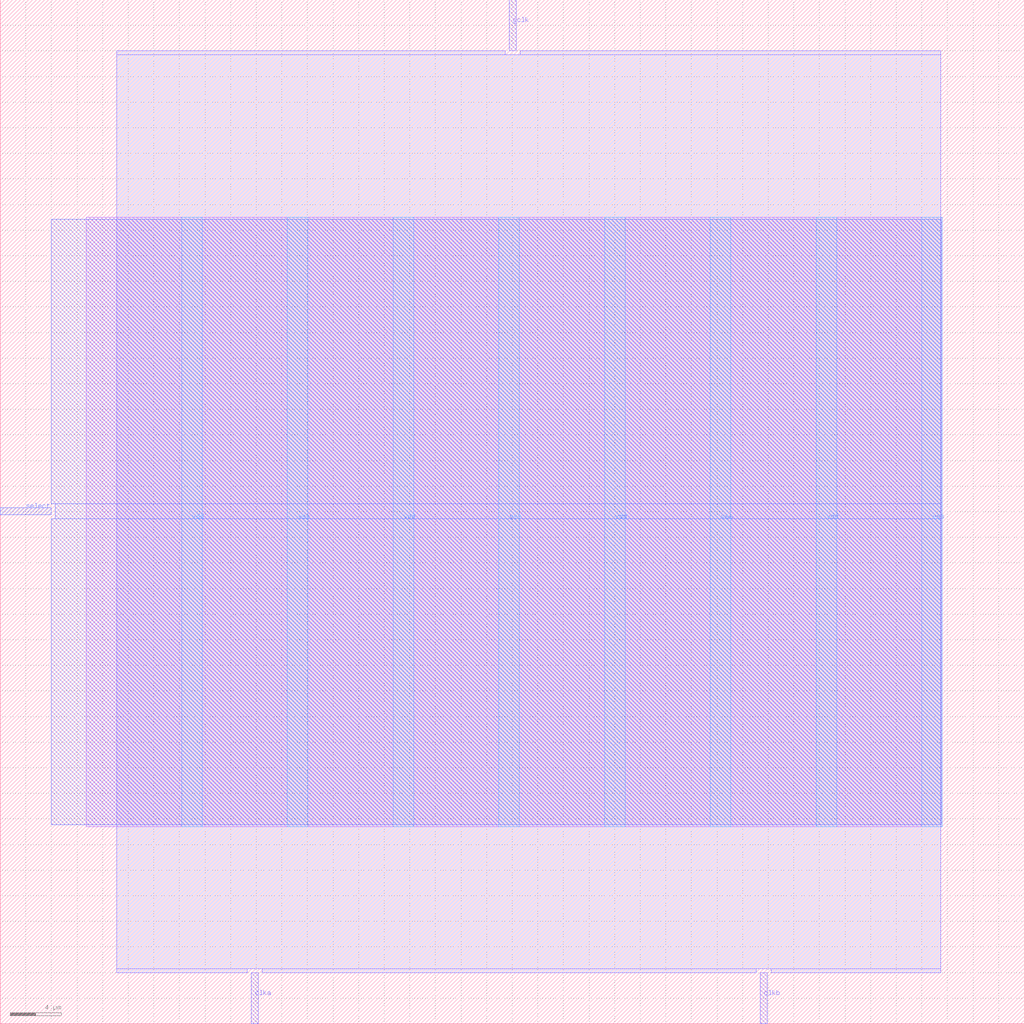
<source format=lef>
VERSION 5.7 ;
  NOWIREEXTENSIONATPIN ON ;
  DIVIDERCHAR "/" ;
  BUSBITCHARS "[]" ;
MACRO clkmux2
  CLASS BLOCK ;
  FOREIGN clkmux2 ;
  ORIGIN 0.000 0.000 ;
  SIZE 80.000 BY 80.000 ;
  PIN clka
    DIRECTION INPUT ;
    USE SIGNAL ;
    PORT
      LAYER Metal2 ;
        RECT 19.600 0.000 20.160 4.000 ;
    END
  END clka
  PIN clkb
    DIRECTION INPUT ;
    USE SIGNAL ;
    PORT
      LAYER Metal2 ;
        RECT 59.360 0.000 59.920 4.000 ;
    END
  END clkb
  PIN gclk
    DIRECTION OUTPUT TRISTATE ;
    USE SIGNAL ;
    PORT
      LAYER Metal2 ;
        RECT 39.760 76.000 40.320 80.000 ;
    END
  END gclk
  PIN select
    DIRECTION INPUT ;
    USE SIGNAL ;
    PORT
      LAYER Metal3 ;
        RECT 0.000 39.760 4.000 40.320 ;
    END
  END select
  PIN vdd
    DIRECTION INOUT ;
    USE POWER ;
    PORT
      LAYER Metal4 ;
        RECT 14.180 15.380 15.780 63.020 ;
    END
    PORT
      LAYER Metal4 ;
        RECT 30.700 15.380 32.300 63.020 ;
    END
    PORT
      LAYER Metal4 ;
        RECT 47.220 15.380 48.820 63.020 ;
    END
    PORT
      LAYER Metal4 ;
        RECT 63.740 15.380 65.340 63.020 ;
    END
  END vdd
  PIN vss
    DIRECTION INOUT ;
    USE GROUND ;
    PORT
      LAYER Metal4 ;
        RECT 22.440 15.380 24.040 63.020 ;
    END
    PORT
      LAYER Metal4 ;
        RECT 38.960 15.380 40.560 63.020 ;
    END
    PORT
      LAYER Metal4 ;
        RECT 55.480 15.380 57.080 63.020 ;
    END
    PORT
      LAYER Metal4 ;
        RECT 72.000 15.380 73.600 63.020 ;
    END
  END vss
  OBS
      LAYER Metal1 ;
        RECT 6.720 15.380 73.600 63.020 ;
      LAYER Metal2 ;
        RECT 9.100 75.700 39.460 76.000 ;
        RECT 40.620 75.700 73.460 76.000 ;
        RECT 9.100 4.300 73.460 75.700 ;
        RECT 9.100 4.000 19.300 4.300 ;
        RECT 20.460 4.000 59.060 4.300 ;
        RECT 60.220 4.000 73.460 4.300 ;
      LAYER Metal3 ;
        RECT 4.000 40.620 73.510 62.860 ;
        RECT 4.300 39.460 73.510 40.620 ;
        RECT 4.000 15.540 73.510 39.460 ;
  END
END clkmux2
END LIBRARY


</source>
